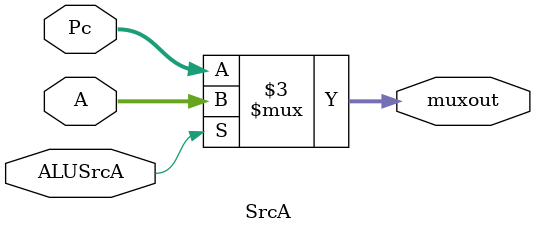
<source format=v>
module SrcA(
    input [31:0] A,
    input [31:0] Pc,
    input ALUSrcA,
    output reg [31:0] muxout
);
always @(A, Pc, ALUSrcA)begin
  if (ALUSrcA)begin
    muxout <= A;
  end
  else
    muxout <= Pc;
end
endmodule
</source>
